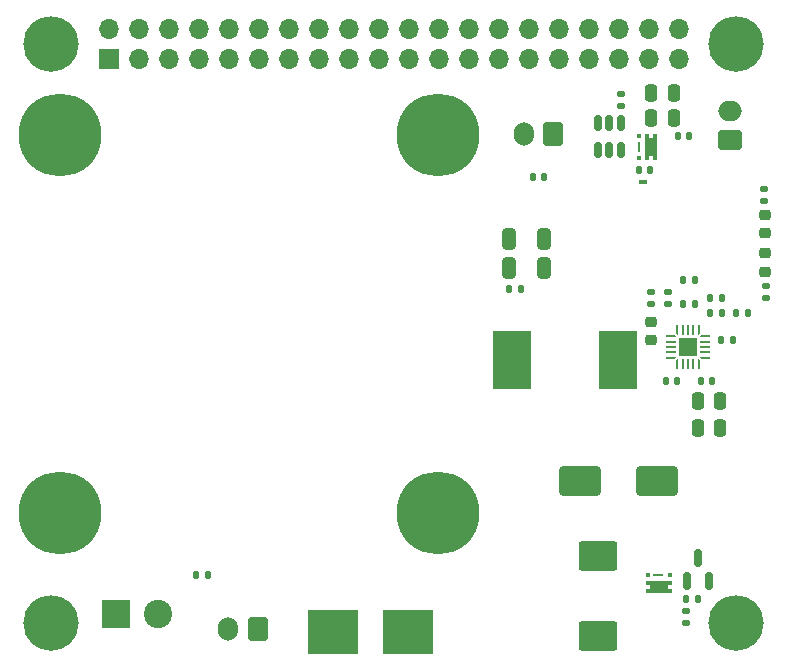
<source format=gbr>
%TF.GenerationSoftware,KiCad,Pcbnew,7.0.2*%
%TF.CreationDate,2023-08-03T10:05:33+01:00*%
%TF.ProjectId,ElectriPi,456c6563-7472-4695-9069-2e6b69636164,rev?*%
%TF.SameCoordinates,Original*%
%TF.FileFunction,Soldermask,Top*%
%TF.FilePolarity,Negative*%
%FSLAX46Y46*%
G04 Gerber Fmt 4.6, Leading zero omitted, Abs format (unit mm)*
G04 Created by KiCad (PCBNEW 7.0.2) date 2023-08-03 10:05:33*
%MOMM*%
%LPD*%
G01*
G04 APERTURE LIST*
G04 Aperture macros list*
%AMRoundRect*
0 Rectangle with rounded corners*
0 $1 Rounding radius*
0 $2 $3 $4 $5 $6 $7 $8 $9 X,Y pos of 4 corners*
0 Add a 4 corners polygon primitive as box body*
4,1,4,$2,$3,$4,$5,$6,$7,$8,$9,$2,$3,0*
0 Add four circle primitives for the rounded corners*
1,1,$1+$1,$2,$3*
1,1,$1+$1,$4,$5*
1,1,$1+$1,$6,$7*
1,1,$1+$1,$8,$9*
0 Add four rect primitives between the rounded corners*
20,1,$1+$1,$2,$3,$4,$5,0*
20,1,$1+$1,$4,$5,$6,$7,0*
20,1,$1+$1,$6,$7,$8,$9,0*
20,1,$1+$1,$8,$9,$2,$3,0*%
%AMFreePoly0*
4,1,15,1.100000,0.175000,0.750000,0.175000,0.750000,-0.175000,1.100000,-0.175000,1.100000,-0.475000,0.750000,-0.475000,-0.750000,-0.475000,-1.100000,-0.475000,-1.100000,-0.175000,-0.750000,-0.175000,-0.750000,0.175000,-1.100000,0.175000,-1.100000,0.475000,1.100000,0.475000,1.100000,0.175000,1.100000,0.175000,$1*%
%AMFreePoly1*
4,1,14,0.289644,0.110355,0.410355,-0.010356,0.425000,-0.045711,0.425000,-0.075000,0.410355,-0.110355,0.375000,-0.125000,-0.375000,-0.125000,-0.410355,-0.110355,-0.425000,-0.075000,-0.425000,0.075000,-0.410355,0.110355,-0.375000,0.125000,0.254289,0.125000,0.289644,0.110355,0.289644,0.110355,$1*%
%AMFreePoly2*
4,1,14,0.410355,0.110355,0.425000,0.075000,0.425000,0.045711,0.410355,0.010356,0.289644,-0.110355,0.254289,-0.125000,-0.375000,-0.125000,-0.410355,-0.110355,-0.425000,-0.075000,-0.425000,0.075000,-0.410355,0.110355,-0.375000,0.125000,0.375000,0.125000,0.410355,0.110355,0.410355,0.110355,$1*%
%AMFreePoly3*
4,1,14,0.110355,0.410355,0.125000,0.375000,0.125000,-0.375000,0.110355,-0.410355,0.075000,-0.425000,-0.075000,-0.425000,-0.110355,-0.410355,-0.125000,-0.375000,-0.125000,0.254289,-0.110355,0.289644,0.010356,0.410355,0.045711,0.425000,0.075000,0.425000,0.110355,0.410355,0.110355,0.410355,$1*%
%AMFreePoly4*
4,1,14,-0.010356,0.410355,0.110355,0.289644,0.125000,0.254289,0.125000,-0.375000,0.110355,-0.410355,0.075000,-0.425000,-0.075000,-0.425000,-0.110355,-0.410355,-0.125000,-0.375000,-0.125000,0.375000,-0.110355,0.410355,-0.075000,0.425000,-0.045711,0.425000,-0.010356,0.410355,-0.010356,0.410355,$1*%
%AMFreePoly5*
4,1,14,0.410355,0.110355,0.425000,0.075000,0.425000,-0.075000,0.410355,-0.110355,0.375000,-0.125000,-0.254289,-0.125000,-0.289644,-0.110355,-0.410355,0.010356,-0.425000,0.045711,-0.425000,0.075000,-0.410355,0.110355,-0.375000,0.125000,0.375000,0.125000,0.410355,0.110355,0.410355,0.110355,$1*%
%AMFreePoly6*
4,1,14,0.410355,0.110355,0.425000,0.075000,0.425000,-0.075000,0.410355,-0.110355,0.375000,-0.125000,-0.375000,-0.125000,-0.410355,-0.110355,-0.425000,-0.075000,-0.425000,-0.045711,-0.410355,-0.010356,-0.289644,0.110355,-0.254289,0.125000,0.375000,0.125000,0.410355,0.110355,0.410355,0.110355,$1*%
%AMFreePoly7*
4,1,14,0.110355,0.410355,0.125000,0.375000,0.125000,-0.254289,0.110355,-0.289644,-0.010356,-0.410355,-0.045711,-0.425000,-0.075000,-0.425000,-0.110355,-0.410355,-0.125000,-0.375000,-0.125000,0.375000,-0.110355,0.410355,-0.075000,0.425000,0.075000,0.425000,0.110355,0.410355,0.110355,0.410355,$1*%
%AMFreePoly8*
4,1,14,0.110355,0.410355,0.125000,0.375000,0.125000,-0.375000,0.110355,-0.410355,0.075000,-0.425000,0.045711,-0.425000,0.010356,-0.410355,-0.110355,-0.289644,-0.125000,-0.254289,-0.125000,0.375000,-0.110355,0.410355,-0.075000,0.425000,0.075000,0.425000,0.110355,0.410355,0.110355,0.410355,$1*%
G04 Aperture macros list end*
%ADD10RoundRect,0.250000X0.750000X-0.600000X0.750000X0.600000X-0.750000X0.600000X-0.750000X-0.600000X0*%
%ADD11O,2.000000X1.700000*%
%ADD12RoundRect,0.135000X-0.135000X-0.185000X0.135000X-0.185000X0.135000X0.185000X-0.135000X0.185000X0*%
%ADD13RoundRect,0.250000X-0.250000X-0.475000X0.250000X-0.475000X0.250000X0.475000X-0.250000X0.475000X0*%
%ADD14RoundRect,0.150000X0.150000X-0.587500X0.150000X0.587500X-0.150000X0.587500X-0.150000X-0.587500X0*%
%ADD15RoundRect,0.140000X-0.170000X0.140000X-0.170000X-0.140000X0.170000X-0.140000X0.170000X0.140000X0*%
%ADD16RoundRect,0.140000X0.140000X0.170000X-0.140000X0.170000X-0.140000X-0.170000X0.140000X-0.170000X0*%
%ADD17FreePoly0,270.000000*%
%ADD18R,0.300000X0.350000*%
%ADD19R,0.235000X0.870000*%
%ADD20RoundRect,0.135000X0.135000X0.185000X-0.135000X0.185000X-0.135000X-0.185000X0.135000X-0.185000X0*%
%ADD21C,4.700000*%
%ADD22RoundRect,0.140000X-0.140000X-0.170000X0.140000X-0.170000X0.140000X0.170000X-0.140000X0.170000X0*%
%ADD23RoundRect,0.050000X-0.100000X0.140000X-0.100000X-0.140000X0.100000X-0.140000X0.100000X0.140000X0*%
%ADD24RoundRect,0.250000X0.600000X0.750000X-0.600000X0.750000X-0.600000X-0.750000X0.600000X-0.750000X0*%
%ADD25O,1.700000X2.000000*%
%ADD26R,2.400000X2.400000*%
%ADD27C,2.400000*%
%ADD28RoundRect,0.225000X0.250000X-0.225000X0.250000X0.225000X-0.250000X0.225000X-0.250000X-0.225000X0*%
%ADD29RoundRect,0.250000X0.325000X0.650000X-0.325000X0.650000X-0.325000X-0.650000X0.325000X-0.650000X0*%
%ADD30FreePoly0,180.000000*%
%ADD31R,0.350000X0.300000*%
%ADD32R,0.870000X0.235000*%
%ADD33RoundRect,0.135000X0.185000X-0.135000X0.185000X0.135000X-0.185000X0.135000X-0.185000X-0.135000X0*%
%ADD34RoundRect,0.250000X-1.400000X-1.000000X1.400000X-1.000000X1.400000X1.000000X-1.400000X1.000000X0*%
%ADD35FreePoly1,90.000000*%
%ADD36RoundRect,0.062500X0.062500X-0.362500X0.062500X0.362500X-0.062500X0.362500X-0.062500X-0.362500X0*%
%ADD37FreePoly2,90.000000*%
%ADD38FreePoly3,90.000000*%
%ADD39RoundRect,0.062500X0.362500X-0.062500X0.362500X0.062500X-0.362500X0.062500X-0.362500X-0.062500X0*%
%ADD40FreePoly4,90.000000*%
%ADD41FreePoly5,90.000000*%
%ADD42FreePoly6,90.000000*%
%ADD43FreePoly7,90.000000*%
%ADD44FreePoly8,90.000000*%
%ADD45R,1.600000X1.600000*%
%ADD46RoundRect,0.150000X-0.150000X0.512500X-0.150000X-0.512500X0.150000X-0.512500X0.150000X0.512500X0*%
%ADD47R,4.240000X3.810000*%
%ADD48RoundRect,0.250000X1.500000X1.000000X-1.500000X1.000000X-1.500000X-1.000000X1.500000X-1.000000X0*%
%ADD49RoundRect,0.135000X-0.185000X0.135000X-0.185000X-0.135000X0.185000X-0.135000X0.185000X0.135000X0*%
%ADD50RoundRect,0.218750X-0.256250X0.218750X-0.256250X-0.218750X0.256250X-0.218750X0.256250X0.218750X0*%
%ADD51C,7.000000*%
%ADD52RoundRect,0.218750X0.256250X-0.218750X0.256250X0.218750X-0.256250X0.218750X-0.256250X-0.218750X0*%
%ADD53R,3.175000X4.950000*%
%ADD54R,1.700000X1.700000*%
%ADD55O,1.700000X1.700000*%
G04 APERTURE END LIST*
D10*
%TO.C,J8*%
X146200000Y-64900000D03*
D11*
X146200000Y-62400000D03*
%TD*%
D12*
%TO.C,R11*%
X144490000Y-78250000D03*
X145510000Y-78250000D03*
%TD*%
D13*
%TO.C,C12*%
X139550000Y-60900000D03*
X141450000Y-60900000D03*
%TD*%
D14*
%TO.C,D4*%
X142550000Y-102187500D03*
X144450000Y-102187500D03*
X143500000Y-100312500D03*
%TD*%
D15*
%TO.C,C9*%
X137000000Y-61020000D03*
X137000000Y-61980000D03*
%TD*%
D16*
%TO.C,C8*%
X141730000Y-85300000D03*
X140770000Y-85300000D03*
%TD*%
D17*
%TO.C,Q2*%
X139500000Y-65450000D03*
D18*
X138525000Y-64525000D03*
D19*
X138525000Y-65490000D03*
D18*
X138525000Y-66375000D03*
%TD*%
D20*
%TO.C,R13*%
X143260000Y-76750000D03*
X142240000Y-76750000D03*
%TD*%
D21*
%TO.C,H2*%
X88750000Y-56750000D03*
%TD*%
D22*
%TO.C,C14*%
X129520000Y-68000000D03*
X130480000Y-68000000D03*
%TD*%
D23*
%TO.C,D6*%
X139050000Y-68450000D03*
X138650000Y-68450000D03*
%TD*%
D24*
%TO.C,J2*%
X106250000Y-106250000D03*
D25*
X103750000Y-106250000D03*
%TD*%
D26*
%TO.C,J1*%
X94250000Y-105000000D03*
D27*
X97750000Y-105000000D03*
%TD*%
D28*
%TO.C,C3*%
X139500000Y-81825000D03*
X139500000Y-80275000D03*
%TD*%
D12*
%TO.C,R14*%
X142240000Y-78800000D03*
X143260000Y-78800000D03*
%TD*%
D16*
%TO.C,C15*%
X142750000Y-64550000D03*
X141790000Y-64550000D03*
%TD*%
D29*
%TO.C,C5*%
X130475000Y-73250000D03*
X127525000Y-73250000D03*
%TD*%
D30*
%TO.C,Q1*%
X140175000Y-102725000D03*
D31*
X141100000Y-101750000D03*
D32*
X140135000Y-101750000D03*
D31*
X139250000Y-101750000D03*
%TD*%
D33*
%TO.C,R3*%
X142500000Y-105760000D03*
X142500000Y-104740000D03*
%TD*%
D34*
%TO.C,D1*%
X135000000Y-100100000D03*
X135000000Y-106900000D03*
%TD*%
D12*
%TO.C,R1*%
X146740000Y-79550000D03*
X147760000Y-79550000D03*
%TD*%
D13*
%TO.C,C11*%
X139550000Y-63000000D03*
X141450000Y-63000000D03*
%TD*%
D22*
%TO.C,C6*%
X143750000Y-85300000D03*
X144710000Y-85300000D03*
%TD*%
D33*
%TO.C,R5*%
X141000000Y-78810000D03*
X141000000Y-77790000D03*
%TD*%
D35*
%TO.C,IC2*%
X141750000Y-83850000D03*
D36*
X142200000Y-83850000D03*
X142650000Y-83850000D03*
X143100000Y-83850000D03*
D37*
X143550000Y-83850000D03*
D38*
X144100000Y-83300000D03*
D39*
X144100000Y-82850000D03*
X144100000Y-82400000D03*
X144100000Y-81950000D03*
D40*
X144100000Y-81500000D03*
D41*
X143550000Y-80950000D03*
D36*
X143100000Y-80950000D03*
X142650000Y-80950000D03*
X142200000Y-80950000D03*
D42*
X141750000Y-80950000D03*
D43*
X141200000Y-81500000D03*
D39*
X141200000Y-81950000D03*
X141200000Y-82400000D03*
X141200000Y-82850000D03*
D44*
X141200000Y-83300000D03*
D45*
X142650000Y-82400000D03*
%TD*%
D20*
%TO.C,R12*%
X146510000Y-81800000D03*
X145490000Y-81800000D03*
%TD*%
D29*
%TO.C,C4*%
X130475000Y-75750000D03*
X127525000Y-75750000D03*
%TD*%
D46*
%TO.C,U1*%
X136950000Y-63462500D03*
X136000000Y-63462500D03*
X135050000Y-63462500D03*
X135050000Y-65737500D03*
X136000000Y-65737500D03*
X136950000Y-65737500D03*
%TD*%
D33*
%TO.C,R6*%
X149100000Y-70010000D03*
X149100000Y-68990000D03*
%TD*%
D47*
%TO.C,F1*%
X112565000Y-106500000D03*
X118935000Y-106500000D03*
%TD*%
D48*
%TO.C,C18*%
X140000000Y-93750000D03*
X133500000Y-93750000D03*
%TD*%
D24*
%TO.C,J3*%
X131250000Y-64350000D03*
D25*
X128750000Y-64350000D03*
%TD*%
D13*
%TO.C,C1*%
X143500000Y-87000000D03*
X145400000Y-87000000D03*
%TD*%
D21*
%TO.C,H3*%
X146750000Y-56750000D03*
%TD*%
D16*
%TO.C,C7*%
X128480000Y-77500000D03*
X127520000Y-77500000D03*
%TD*%
D49*
%TO.C,R4*%
X139500000Y-77790000D03*
X139500000Y-78810000D03*
%TD*%
D13*
%TO.C,C2*%
X143500000Y-89250000D03*
X145400000Y-89250000D03*
%TD*%
D50*
%TO.C,D5*%
X149200000Y-74462500D03*
X149200000Y-76037500D03*
%TD*%
D51*
%TO.C,U2*%
X89500000Y-64500000D03*
X121500000Y-64500000D03*
X89500000Y-96500000D03*
X121500000Y-96500000D03*
%TD*%
D22*
%TO.C,C10*%
X138500000Y-67450000D03*
X139460000Y-67450000D03*
%TD*%
D52*
%TO.C,D3*%
X149200000Y-72787500D03*
X149200000Y-71212500D03*
%TD*%
D53*
%TO.C,L1*%
X136757500Y-83500000D03*
X127742500Y-83500000D03*
%TD*%
D49*
%TO.C,R8*%
X149250000Y-77240000D03*
X149250000Y-78260000D03*
%TD*%
D21*
%TO.C,H1*%
X146750000Y-105750000D03*
%TD*%
%TO.C,H4*%
X88750000Y-105750000D03*
%TD*%
D22*
%TO.C,C17*%
X142520000Y-103750000D03*
X143480000Y-103750000D03*
%TD*%
%TO.C,C13*%
X101020000Y-101750000D03*
X101980000Y-101750000D03*
%TD*%
D20*
%TO.C,R7*%
X145510000Y-79550000D03*
X144490000Y-79550000D03*
%TD*%
D54*
%TO.C,J6*%
X93620000Y-58020000D03*
D55*
X93620000Y-55480000D03*
X96160000Y-58020000D03*
X96160000Y-55480000D03*
X98700000Y-58020000D03*
X98700000Y-55480000D03*
X101240000Y-58020000D03*
X101240000Y-55480000D03*
X103780000Y-58020000D03*
X103780000Y-55480000D03*
X106320000Y-58020000D03*
X106320000Y-55480000D03*
X108860000Y-58020000D03*
X108860000Y-55480000D03*
X111400000Y-58020000D03*
X111400000Y-55480000D03*
X113940000Y-58020000D03*
X113940000Y-55480000D03*
X116480000Y-58020000D03*
X116480000Y-55480000D03*
X119020000Y-58020000D03*
X119020000Y-55480000D03*
X121560000Y-58020000D03*
X121560000Y-55480000D03*
X124100000Y-58020000D03*
X124100000Y-55480000D03*
X126640000Y-58020000D03*
X126640000Y-55480000D03*
X129180000Y-58020000D03*
X129180000Y-55480000D03*
X131720000Y-58020000D03*
X131720000Y-55480000D03*
X134260000Y-58020000D03*
X134260000Y-55480000D03*
X136800000Y-58020000D03*
X136800000Y-55480000D03*
X139340000Y-58020000D03*
X139340000Y-55480000D03*
X141880000Y-58020000D03*
X141880000Y-55480000D03*
%TD*%
M02*

</source>
